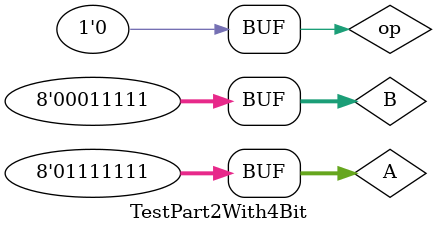
<source format=v>
`timescale 1ns / 1ps


module TestPart2With4Bit;

	// Inputs
	reg [7:0] A;
	reg [7:0] B;
	reg op;

	// Outputs
	wire [7:0] S;
	wire cout;
	wire overflow;
	
	
	// Instantiate the Unit Under Test (UUT)
	CLA8BitWith2FourBit uut (
		.A(A), 
		.B(B), 
		.op(op), 
		.S(S), 
		.cout(cout),
		.overflow(overflow)
	);

	initial begin
		// Initialize Inputs
		A = 0;
		B = 0;
		op = 0;

		// Initialize Inputs
    A = 0;  B = 0;  op = 0;
    // Wait 100 ns for global reset to finish
    #100;
        
    // Add stimulus here
    
				#10 A=8'b00000001;B=8'b00000001;op=1'b0;//pos + pos
				#10 A=8'b00000010;B=8'b11111110;op=1'b0;//pos + negative				
				#10 A=8'b11111111;B=8'b00000001;op=1'b0;//negative + positive
				#10 A=8'b11111111;B=8'b11111111;op=1'b0; //negative + negative
				#10 A=8'b00011001;B=8'b10110001;op=1'b1; //positive - negative
				#10 A=8'b00111101;B=8'b00110101;op=1'b1; //positive - positive					
				#10 A=8'b10000111;B=8'b00000111;op=1'b1;//negative - postive
				#10 A=8'b10100111;B=8'b10010111;op=1'b1;//negative - negative
				#10 A=8'b10000001;B=8'b10000001;op=1'b0;//overflow negative + negative
				#10 A=8'b01111111;B=8'b00011111;op=1'b0;//overflow positive + positve
    end 
 
    initial begin
					
		$monitor("time=",$time, " A=%b Operation: %b :  B=%b  : Sum=%b : Cout=%b ",A,op,B,S,cout);
		
    end      
	
      
endmodule


</source>
